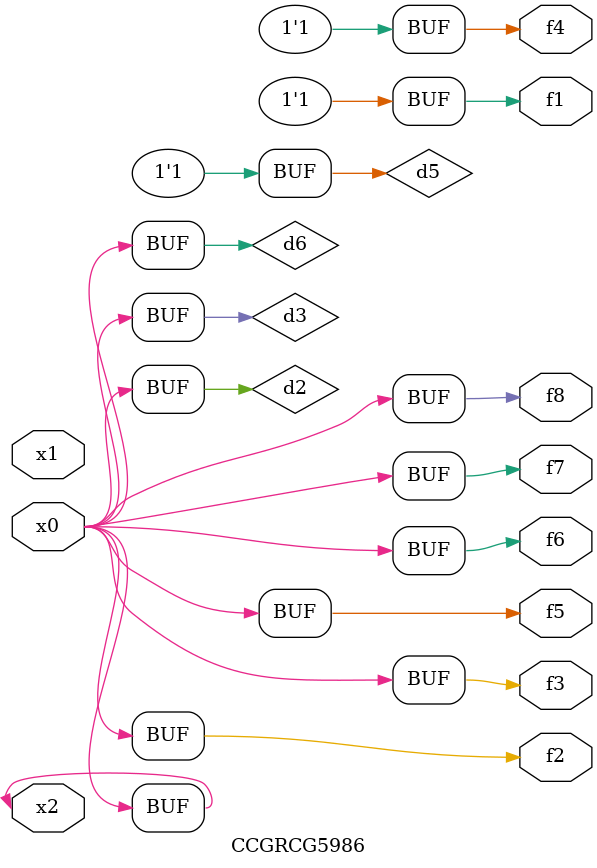
<source format=v>
module CCGRCG5986(
	input x0, x1, x2,
	output f1, f2, f3, f4, f5, f6, f7, f8
);

	wire d1, d2, d3, d4, d5, d6;

	xnor (d1, x2);
	buf (d2, x0, x2);
	and (d3, x0);
	xnor (d4, x1, x2);
	nand (d5, d1, d3);
	buf (d6, d2, d3);
	assign f1 = d5;
	assign f2 = d6;
	assign f3 = d6;
	assign f4 = d5;
	assign f5 = d6;
	assign f6 = d6;
	assign f7 = d6;
	assign f8 = d6;
endmodule

</source>
